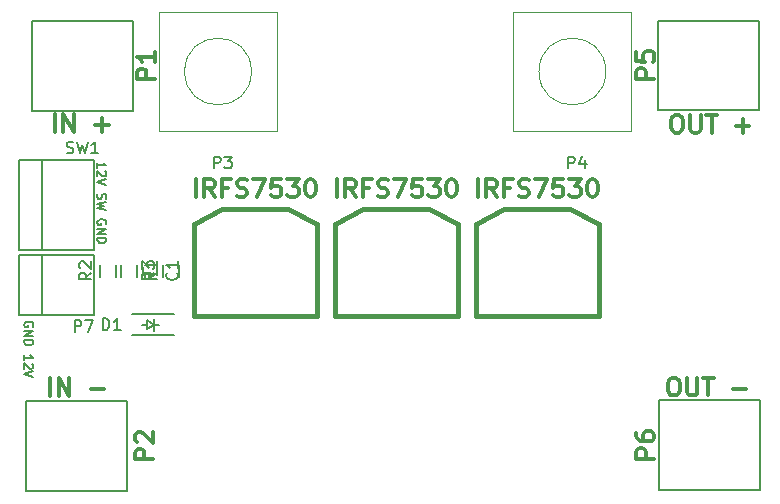
<source format=gbr>
G04 #@! TF.FileFunction,Legend,Top*
%FSLAX46Y46*%
G04 Gerber Fmt 4.6, Leading zero omitted, Abs format (unit mm)*
G04 Created by KiCad (PCBNEW 4.0.2-stable) date 9/22/2016 9:13:19 PM*
%MOMM*%
G01*
G04 APERTURE LIST*
%ADD10C,0.100000*%
%ADD11C,0.187500*%
%ADD12C,0.300000*%
%ADD13C,0.150000*%
%ADD14C,0.050000*%
%ADD15C,0.381000*%
%ADD16C,0.304800*%
G04 APERTURE END LIST*
D10*
D11*
X181299200Y-75602543D02*
X181334914Y-75531114D01*
X181334914Y-75423971D01*
X181299200Y-75316828D01*
X181227771Y-75245400D01*
X181156343Y-75209685D01*
X181013486Y-75173971D01*
X180906343Y-75173971D01*
X180763486Y-75209685D01*
X180692057Y-75245400D01*
X180620629Y-75316828D01*
X180584914Y-75423971D01*
X180584914Y-75495400D01*
X180620629Y-75602543D01*
X180656343Y-75638257D01*
X180906343Y-75638257D01*
X180906343Y-75495400D01*
X180584914Y-75959685D02*
X181334914Y-75959685D01*
X180584914Y-76388257D01*
X181334914Y-76388257D01*
X180584914Y-76745399D02*
X181334914Y-76745399D01*
X181334914Y-76923971D01*
X181299200Y-77031114D01*
X181227771Y-77102542D01*
X181156343Y-77138257D01*
X181013486Y-77173971D01*
X180906343Y-77173971D01*
X180763486Y-77138257D01*
X180692057Y-77102542D01*
X180620629Y-77031114D01*
X180584914Y-76923971D01*
X180584914Y-76745399D01*
X180584914Y-78459686D02*
X180584914Y-78031114D01*
X180584914Y-78245400D02*
X181334914Y-78245400D01*
X181227771Y-78173971D01*
X181156343Y-78102543D01*
X181120629Y-78031114D01*
X181263486Y-78745400D02*
X181299200Y-78781114D01*
X181334914Y-78852543D01*
X181334914Y-79031114D01*
X181299200Y-79102543D01*
X181263486Y-79138257D01*
X181192057Y-79173972D01*
X181120629Y-79173972D01*
X181013486Y-79138257D01*
X180584914Y-78709686D01*
X180584914Y-79173972D01*
X181334914Y-79388258D02*
X180584914Y-79638258D01*
X181334914Y-79888258D01*
X186782514Y-62161314D02*
X186782514Y-61732742D01*
X186782514Y-61947028D02*
X187532514Y-61947028D01*
X187425371Y-61875599D01*
X187353943Y-61804171D01*
X187318229Y-61732742D01*
X187461086Y-62447028D02*
X187496800Y-62482742D01*
X187532514Y-62554171D01*
X187532514Y-62732742D01*
X187496800Y-62804171D01*
X187461086Y-62839885D01*
X187389657Y-62875600D01*
X187318229Y-62875600D01*
X187211086Y-62839885D01*
X186782514Y-62411314D01*
X186782514Y-62875600D01*
X187532514Y-63089886D02*
X186782514Y-63339886D01*
X187532514Y-63589886D01*
X186818229Y-64375600D02*
X186782514Y-64482743D01*
X186782514Y-64661314D01*
X186818229Y-64732743D01*
X186853943Y-64768457D01*
X186925371Y-64804172D01*
X186996800Y-64804172D01*
X187068229Y-64768457D01*
X187103943Y-64732743D01*
X187139657Y-64661314D01*
X187175371Y-64518457D01*
X187211086Y-64447029D01*
X187246800Y-64411314D01*
X187318229Y-64375600D01*
X187389657Y-64375600D01*
X187461086Y-64411314D01*
X187496800Y-64447029D01*
X187532514Y-64518457D01*
X187532514Y-64697029D01*
X187496800Y-64804172D01*
X187532514Y-65054172D02*
X186782514Y-65232743D01*
X187318229Y-65375600D01*
X186782514Y-65518458D01*
X187532514Y-65697029D01*
X187496800Y-66947030D02*
X187532514Y-66875601D01*
X187532514Y-66768458D01*
X187496800Y-66661315D01*
X187425371Y-66589887D01*
X187353943Y-66554172D01*
X187211086Y-66518458D01*
X187103943Y-66518458D01*
X186961086Y-66554172D01*
X186889657Y-66589887D01*
X186818229Y-66661315D01*
X186782514Y-66768458D01*
X186782514Y-66839887D01*
X186818229Y-66947030D01*
X186853943Y-66982744D01*
X187103943Y-66982744D01*
X187103943Y-66839887D01*
X186782514Y-67304172D02*
X187532514Y-67304172D01*
X186782514Y-67732744D01*
X187532514Y-67732744D01*
X186782514Y-68089886D02*
X187532514Y-68089886D01*
X187532514Y-68268458D01*
X187496800Y-68375601D01*
X187425371Y-68447029D01*
X187353943Y-68482744D01*
X187211086Y-68518458D01*
X187103943Y-68518458D01*
X186961086Y-68482744D01*
X186889657Y-68447029D01*
X186818229Y-68375601D01*
X186782514Y-68268458D01*
X186782514Y-68089886D01*
D12*
X235450000Y-79928571D02*
X235735714Y-79928571D01*
X235878572Y-80000000D01*
X236021429Y-80142857D01*
X236092857Y-80428571D01*
X236092857Y-80928571D01*
X236021429Y-81214286D01*
X235878572Y-81357143D01*
X235735714Y-81428571D01*
X235450000Y-81428571D01*
X235307143Y-81357143D01*
X235164286Y-81214286D01*
X235092857Y-80928571D01*
X235092857Y-80428571D01*
X235164286Y-80142857D01*
X235307143Y-80000000D01*
X235450000Y-79928571D01*
X236735715Y-79928571D02*
X236735715Y-81142857D01*
X236807143Y-81285714D01*
X236878572Y-81357143D01*
X237021429Y-81428571D01*
X237307143Y-81428571D01*
X237450001Y-81357143D01*
X237521429Y-81285714D01*
X237592858Y-81142857D01*
X237592858Y-79928571D01*
X238092858Y-79928571D02*
X238950001Y-79928571D01*
X238521430Y-81428571D02*
X238521430Y-79928571D01*
X240592858Y-80857143D02*
X241735715Y-80857143D01*
X235710000Y-57668571D02*
X235995714Y-57668571D01*
X236138572Y-57740000D01*
X236281429Y-57882857D01*
X236352857Y-58168571D01*
X236352857Y-58668571D01*
X236281429Y-58954286D01*
X236138572Y-59097143D01*
X235995714Y-59168571D01*
X235710000Y-59168571D01*
X235567143Y-59097143D01*
X235424286Y-58954286D01*
X235352857Y-58668571D01*
X235352857Y-58168571D01*
X235424286Y-57882857D01*
X235567143Y-57740000D01*
X235710000Y-57668571D01*
X236995715Y-57668571D02*
X236995715Y-58882857D01*
X237067143Y-59025714D01*
X237138572Y-59097143D01*
X237281429Y-59168571D01*
X237567143Y-59168571D01*
X237710001Y-59097143D01*
X237781429Y-59025714D01*
X237852858Y-58882857D01*
X237852858Y-57668571D01*
X238352858Y-57668571D02*
X239210001Y-57668571D01*
X238781430Y-59168571D02*
X238781430Y-57668571D01*
X240852858Y-58597143D02*
X241995715Y-58597143D01*
X241424286Y-59168571D02*
X241424286Y-58025714D01*
X183194286Y-59118571D02*
X183194286Y-57618571D01*
X183908572Y-59118571D02*
X183908572Y-57618571D01*
X184765715Y-59118571D01*
X184765715Y-57618571D01*
X186622858Y-58547143D02*
X187765715Y-58547143D01*
X187194286Y-59118571D02*
X187194286Y-57975714D01*
X182784286Y-81448571D02*
X182784286Y-79948571D01*
X183498572Y-81448571D02*
X183498572Y-79948571D01*
X184355715Y-81448571D01*
X184355715Y-79948571D01*
X186212858Y-80877143D02*
X187355715Y-80877143D01*
D13*
X182092600Y-69570600D02*
X182092600Y-74650600D01*
X186537600Y-69570600D02*
X186537600Y-74650600D01*
X180187600Y-74650600D02*
X180187600Y-69570600D01*
X180187600Y-74650600D02*
X186537600Y-74650600D01*
X180187600Y-69570600D02*
X186537600Y-69570600D01*
X180187600Y-69088000D02*
X186537600Y-69088000D01*
X180187600Y-61468000D02*
X186537600Y-61468000D01*
X182092600Y-61468000D02*
X182092600Y-69088000D01*
X180187600Y-69088000D02*
X180187600Y-61468000D01*
X186537600Y-61468000D02*
X186537600Y-69088000D01*
X190944500Y-75438000D02*
X190563500Y-75438000D01*
X191960500Y-75438000D02*
X191579500Y-75438000D01*
X191579500Y-75438000D02*
X190944500Y-75819000D01*
X190944500Y-75819000D02*
X190944500Y-75057000D01*
X190944500Y-75057000D02*
X191579500Y-75438000D01*
X191579500Y-75946000D02*
X191579500Y-74930000D01*
X193262000Y-74538000D02*
X189722000Y-74538000D01*
X193262000Y-76338000D02*
X189722000Y-76338000D01*
D14*
X192000000Y-49000000D02*
X192000000Y-59000000D01*
X192000000Y-59000000D02*
X202000000Y-59000000D01*
X202000000Y-59000000D02*
X202000000Y-49000000D01*
X202000000Y-49000000D02*
X192000000Y-49000000D01*
X199828427Y-54000000D02*
G75*
G03X199828427Y-54000000I-2828427J0D01*
G01*
X222000000Y-49000000D02*
X222000000Y-59000000D01*
X222000000Y-59000000D02*
X232000000Y-59000000D01*
X232000000Y-59000000D02*
X232000000Y-49000000D01*
X232000000Y-49000000D02*
X222000000Y-49000000D01*
X229828427Y-54000000D02*
G75*
G03X229828427Y-54000000I-2828427J0D01*
G01*
D15*
X205351380Y-74736960D02*
X194952620Y-74736960D01*
X194952620Y-74736960D02*
X194952620Y-66939160D01*
X194952620Y-66939160D02*
X197352920Y-65638680D01*
X197352920Y-65638680D02*
X202951080Y-65638680D01*
X202951080Y-65638680D02*
X205351380Y-66939160D01*
X205351380Y-66939160D02*
X205351380Y-74736960D01*
X217289380Y-74736960D02*
X206890620Y-74736960D01*
X206890620Y-74736960D02*
X206890620Y-66939160D01*
X206890620Y-66939160D02*
X209290920Y-65638680D01*
X209290920Y-65638680D02*
X214889080Y-65638680D01*
X214889080Y-65638680D02*
X217289380Y-66939160D01*
X217289380Y-66939160D02*
X217289380Y-74736960D01*
X229227380Y-74736960D02*
X218828620Y-74736960D01*
X218828620Y-74736960D02*
X218828620Y-66939160D01*
X218828620Y-66939160D02*
X221228920Y-65638680D01*
X221228920Y-65638680D02*
X226827080Y-65638680D01*
X226827080Y-65638680D02*
X229227380Y-66939160D01*
X229227380Y-66939160D02*
X229227380Y-74736960D01*
D13*
X191862000Y-70516000D02*
X191862000Y-71216000D01*
X190662000Y-71216000D02*
X190662000Y-70516000D01*
X188381000Y-70366000D02*
X188381000Y-71366000D01*
X187031000Y-71366000D02*
X187031000Y-70366000D01*
X188809000Y-71366000D02*
X188809000Y-70366000D01*
X190159000Y-70366000D02*
X190159000Y-71366000D01*
X193715000Y-70366000D02*
X193715000Y-71366000D01*
X192365000Y-71366000D02*
X192365000Y-70366000D01*
X234310000Y-81850000D02*
X242910000Y-81850000D01*
X242910000Y-81850000D02*
X242910000Y-89450000D01*
X242910000Y-89450000D02*
X234310000Y-89450000D01*
X234310000Y-89450000D02*
X234310000Y-81850000D01*
X234210000Y-49690000D02*
X242810000Y-49690000D01*
X242810000Y-49690000D02*
X242810000Y-57290000D01*
X242810000Y-57290000D02*
X234210000Y-57290000D01*
X234210000Y-57290000D02*
X234210000Y-49690000D01*
X180700000Y-81925000D02*
X189300000Y-81925000D01*
X189300000Y-81925000D02*
X189300000Y-89525000D01*
X189300000Y-89525000D02*
X180700000Y-89525000D01*
X180700000Y-89525000D02*
X180700000Y-81925000D01*
X181220000Y-49710000D02*
X189820000Y-49710000D01*
X189820000Y-49710000D02*
X189820000Y-57310000D01*
X189820000Y-57310000D02*
X181220000Y-57310000D01*
X181220000Y-57310000D02*
X181220000Y-49710000D01*
X184859705Y-76042781D02*
X184859705Y-75042781D01*
X185240658Y-75042781D01*
X185335896Y-75090400D01*
X185383515Y-75138019D01*
X185431134Y-75233257D01*
X185431134Y-75376114D01*
X185383515Y-75471352D01*
X185335896Y-75518971D01*
X185240658Y-75566590D01*
X184859705Y-75566590D01*
X185764467Y-75042781D02*
X186431134Y-75042781D01*
X186002562Y-76042781D01*
X184188267Y-60882162D02*
X184331124Y-60929781D01*
X184569220Y-60929781D01*
X184664458Y-60882162D01*
X184712077Y-60834543D01*
X184759696Y-60739305D01*
X184759696Y-60644067D01*
X184712077Y-60548829D01*
X184664458Y-60501210D01*
X184569220Y-60453590D01*
X184378743Y-60405971D01*
X184283505Y-60358352D01*
X184235886Y-60310733D01*
X184188267Y-60215495D01*
X184188267Y-60120257D01*
X184235886Y-60025019D01*
X184283505Y-59977400D01*
X184378743Y-59929781D01*
X184616839Y-59929781D01*
X184759696Y-59977400D01*
X185093029Y-59929781D02*
X185331124Y-60929781D01*
X185521601Y-60215495D01*
X185712077Y-60929781D01*
X185950172Y-59929781D01*
X186854934Y-60929781D02*
X186283505Y-60929781D01*
X186569219Y-60929781D02*
X186569219Y-59929781D01*
X186473981Y-60072638D01*
X186378743Y-60167876D01*
X186283505Y-60215495D01*
X187221905Y-75890381D02*
X187221905Y-74890381D01*
X187460000Y-74890381D01*
X187602858Y-74938000D01*
X187698096Y-75033238D01*
X187745715Y-75128476D01*
X187793334Y-75318952D01*
X187793334Y-75461810D01*
X187745715Y-75652286D01*
X187698096Y-75747524D01*
X187602858Y-75842762D01*
X187460000Y-75890381D01*
X187221905Y-75890381D01*
X188745715Y-75890381D02*
X188174286Y-75890381D01*
X188460000Y-75890381D02*
X188460000Y-74890381D01*
X188364762Y-75033238D01*
X188269524Y-75128476D01*
X188174286Y-75176095D01*
X196642905Y-62199381D02*
X196642905Y-61199381D01*
X197023858Y-61199381D01*
X197119096Y-61247000D01*
X197166715Y-61294619D01*
X197214334Y-61389857D01*
X197214334Y-61532714D01*
X197166715Y-61627952D01*
X197119096Y-61675571D01*
X197023858Y-61723190D01*
X196642905Y-61723190D01*
X197547667Y-61199381D02*
X198166715Y-61199381D01*
X197833381Y-61580333D01*
X197976239Y-61580333D01*
X198071477Y-61627952D01*
X198119096Y-61675571D01*
X198166715Y-61770810D01*
X198166715Y-62008905D01*
X198119096Y-62104143D01*
X198071477Y-62151762D01*
X197976239Y-62199381D01*
X197690524Y-62199381D01*
X197595286Y-62151762D01*
X197547667Y-62104143D01*
X226642905Y-62199381D02*
X226642905Y-61199381D01*
X227023858Y-61199381D01*
X227119096Y-61247000D01*
X227166715Y-61294619D01*
X227214334Y-61389857D01*
X227214334Y-61532714D01*
X227166715Y-61627952D01*
X227119096Y-61675571D01*
X227023858Y-61723190D01*
X226642905Y-61723190D01*
X228071477Y-61532714D02*
X228071477Y-62199381D01*
X227833381Y-61151762D02*
X227595286Y-61866048D01*
X228214334Y-61866048D01*
D16*
X195108285Y-64626309D02*
X195108285Y-63102309D01*
X196704856Y-64626309D02*
X196196856Y-63900594D01*
X195833999Y-64626309D02*
X195833999Y-63102309D01*
X196414571Y-63102309D01*
X196559713Y-63174880D01*
X196632285Y-63247451D01*
X196704856Y-63392594D01*
X196704856Y-63610309D01*
X196632285Y-63755451D01*
X196559713Y-63828023D01*
X196414571Y-63900594D01*
X195833999Y-63900594D01*
X197865999Y-63828023D02*
X197357999Y-63828023D01*
X197357999Y-64626309D02*
X197357999Y-63102309D01*
X198083713Y-63102309D01*
X198591714Y-64553737D02*
X198809428Y-64626309D01*
X199172285Y-64626309D01*
X199317428Y-64553737D01*
X199389999Y-64481166D01*
X199462571Y-64336023D01*
X199462571Y-64190880D01*
X199389999Y-64045737D01*
X199317428Y-63973166D01*
X199172285Y-63900594D01*
X198881999Y-63828023D01*
X198736857Y-63755451D01*
X198664285Y-63682880D01*
X198591714Y-63537737D01*
X198591714Y-63392594D01*
X198664285Y-63247451D01*
X198736857Y-63174880D01*
X198881999Y-63102309D01*
X199244857Y-63102309D01*
X199462571Y-63174880D01*
X199970571Y-63102309D02*
X200986571Y-63102309D01*
X200333428Y-64626309D01*
X202292857Y-63102309D02*
X201567143Y-63102309D01*
X201494572Y-63828023D01*
X201567143Y-63755451D01*
X201712286Y-63682880D01*
X202075143Y-63682880D01*
X202220286Y-63755451D01*
X202292857Y-63828023D01*
X202365429Y-63973166D01*
X202365429Y-64336023D01*
X202292857Y-64481166D01*
X202220286Y-64553737D01*
X202075143Y-64626309D01*
X201712286Y-64626309D01*
X201567143Y-64553737D01*
X201494572Y-64481166D01*
X202873429Y-63102309D02*
X203816858Y-63102309D01*
X203308858Y-63682880D01*
X203526572Y-63682880D01*
X203671715Y-63755451D01*
X203744286Y-63828023D01*
X203816858Y-63973166D01*
X203816858Y-64336023D01*
X203744286Y-64481166D01*
X203671715Y-64553737D01*
X203526572Y-64626309D01*
X203091144Y-64626309D01*
X202946001Y-64553737D01*
X202873429Y-64481166D01*
X204760287Y-63102309D02*
X204905430Y-63102309D01*
X205050573Y-63174880D01*
X205123144Y-63247451D01*
X205195715Y-63392594D01*
X205268287Y-63682880D01*
X205268287Y-64045737D01*
X205195715Y-64336023D01*
X205123144Y-64481166D01*
X205050573Y-64553737D01*
X204905430Y-64626309D01*
X204760287Y-64626309D01*
X204615144Y-64553737D01*
X204542573Y-64481166D01*
X204470001Y-64336023D01*
X204397430Y-64045737D01*
X204397430Y-63682880D01*
X204470001Y-63392594D01*
X204542573Y-63247451D01*
X204615144Y-63174880D01*
X204760287Y-63102309D01*
X207046285Y-64626309D02*
X207046285Y-63102309D01*
X208642856Y-64626309D02*
X208134856Y-63900594D01*
X207771999Y-64626309D02*
X207771999Y-63102309D01*
X208352571Y-63102309D01*
X208497713Y-63174880D01*
X208570285Y-63247451D01*
X208642856Y-63392594D01*
X208642856Y-63610309D01*
X208570285Y-63755451D01*
X208497713Y-63828023D01*
X208352571Y-63900594D01*
X207771999Y-63900594D01*
X209803999Y-63828023D02*
X209295999Y-63828023D01*
X209295999Y-64626309D02*
X209295999Y-63102309D01*
X210021713Y-63102309D01*
X210529714Y-64553737D02*
X210747428Y-64626309D01*
X211110285Y-64626309D01*
X211255428Y-64553737D01*
X211327999Y-64481166D01*
X211400571Y-64336023D01*
X211400571Y-64190880D01*
X211327999Y-64045737D01*
X211255428Y-63973166D01*
X211110285Y-63900594D01*
X210819999Y-63828023D01*
X210674857Y-63755451D01*
X210602285Y-63682880D01*
X210529714Y-63537737D01*
X210529714Y-63392594D01*
X210602285Y-63247451D01*
X210674857Y-63174880D01*
X210819999Y-63102309D01*
X211182857Y-63102309D01*
X211400571Y-63174880D01*
X211908571Y-63102309D02*
X212924571Y-63102309D01*
X212271428Y-64626309D01*
X214230857Y-63102309D02*
X213505143Y-63102309D01*
X213432572Y-63828023D01*
X213505143Y-63755451D01*
X213650286Y-63682880D01*
X214013143Y-63682880D01*
X214158286Y-63755451D01*
X214230857Y-63828023D01*
X214303429Y-63973166D01*
X214303429Y-64336023D01*
X214230857Y-64481166D01*
X214158286Y-64553737D01*
X214013143Y-64626309D01*
X213650286Y-64626309D01*
X213505143Y-64553737D01*
X213432572Y-64481166D01*
X214811429Y-63102309D02*
X215754858Y-63102309D01*
X215246858Y-63682880D01*
X215464572Y-63682880D01*
X215609715Y-63755451D01*
X215682286Y-63828023D01*
X215754858Y-63973166D01*
X215754858Y-64336023D01*
X215682286Y-64481166D01*
X215609715Y-64553737D01*
X215464572Y-64626309D01*
X215029144Y-64626309D01*
X214884001Y-64553737D01*
X214811429Y-64481166D01*
X216698287Y-63102309D02*
X216843430Y-63102309D01*
X216988573Y-63174880D01*
X217061144Y-63247451D01*
X217133715Y-63392594D01*
X217206287Y-63682880D01*
X217206287Y-64045737D01*
X217133715Y-64336023D01*
X217061144Y-64481166D01*
X216988573Y-64553737D01*
X216843430Y-64626309D01*
X216698287Y-64626309D01*
X216553144Y-64553737D01*
X216480573Y-64481166D01*
X216408001Y-64336023D01*
X216335430Y-64045737D01*
X216335430Y-63682880D01*
X216408001Y-63392594D01*
X216480573Y-63247451D01*
X216553144Y-63174880D01*
X216698287Y-63102309D01*
X218984285Y-64626309D02*
X218984285Y-63102309D01*
X220580856Y-64626309D02*
X220072856Y-63900594D01*
X219709999Y-64626309D02*
X219709999Y-63102309D01*
X220290571Y-63102309D01*
X220435713Y-63174880D01*
X220508285Y-63247451D01*
X220580856Y-63392594D01*
X220580856Y-63610309D01*
X220508285Y-63755451D01*
X220435713Y-63828023D01*
X220290571Y-63900594D01*
X219709999Y-63900594D01*
X221741999Y-63828023D02*
X221233999Y-63828023D01*
X221233999Y-64626309D02*
X221233999Y-63102309D01*
X221959713Y-63102309D01*
X222467714Y-64553737D02*
X222685428Y-64626309D01*
X223048285Y-64626309D01*
X223193428Y-64553737D01*
X223265999Y-64481166D01*
X223338571Y-64336023D01*
X223338571Y-64190880D01*
X223265999Y-64045737D01*
X223193428Y-63973166D01*
X223048285Y-63900594D01*
X222757999Y-63828023D01*
X222612857Y-63755451D01*
X222540285Y-63682880D01*
X222467714Y-63537737D01*
X222467714Y-63392594D01*
X222540285Y-63247451D01*
X222612857Y-63174880D01*
X222757999Y-63102309D01*
X223120857Y-63102309D01*
X223338571Y-63174880D01*
X223846571Y-63102309D02*
X224862571Y-63102309D01*
X224209428Y-64626309D01*
X226168857Y-63102309D02*
X225443143Y-63102309D01*
X225370572Y-63828023D01*
X225443143Y-63755451D01*
X225588286Y-63682880D01*
X225951143Y-63682880D01*
X226096286Y-63755451D01*
X226168857Y-63828023D01*
X226241429Y-63973166D01*
X226241429Y-64336023D01*
X226168857Y-64481166D01*
X226096286Y-64553737D01*
X225951143Y-64626309D01*
X225588286Y-64626309D01*
X225443143Y-64553737D01*
X225370572Y-64481166D01*
X226749429Y-63102309D02*
X227692858Y-63102309D01*
X227184858Y-63682880D01*
X227402572Y-63682880D01*
X227547715Y-63755451D01*
X227620286Y-63828023D01*
X227692858Y-63973166D01*
X227692858Y-64336023D01*
X227620286Y-64481166D01*
X227547715Y-64553737D01*
X227402572Y-64626309D01*
X226967144Y-64626309D01*
X226822001Y-64553737D01*
X226749429Y-64481166D01*
X228636287Y-63102309D02*
X228781430Y-63102309D01*
X228926573Y-63174880D01*
X228999144Y-63247451D01*
X229071715Y-63392594D01*
X229144287Y-63682880D01*
X229144287Y-64045737D01*
X229071715Y-64336023D01*
X228999144Y-64481166D01*
X228926573Y-64553737D01*
X228781430Y-64626309D01*
X228636287Y-64626309D01*
X228491144Y-64553737D01*
X228418573Y-64481166D01*
X228346001Y-64336023D01*
X228273430Y-64045737D01*
X228273430Y-63682880D01*
X228346001Y-63392594D01*
X228418573Y-63247451D01*
X228491144Y-63174880D01*
X228636287Y-63102309D01*
D13*
X193519143Y-71032666D02*
X193566762Y-71080285D01*
X193614381Y-71223142D01*
X193614381Y-71318380D01*
X193566762Y-71461238D01*
X193471524Y-71556476D01*
X193376286Y-71604095D01*
X193185810Y-71651714D01*
X193042952Y-71651714D01*
X192852476Y-71604095D01*
X192757238Y-71556476D01*
X192662000Y-71461238D01*
X192614381Y-71318380D01*
X192614381Y-71223142D01*
X192662000Y-71080285D01*
X192709619Y-71032666D01*
X193614381Y-70080285D02*
X193614381Y-70651714D01*
X193614381Y-70366000D02*
X192614381Y-70366000D01*
X192757238Y-70461238D01*
X192852476Y-70556476D01*
X192900095Y-70651714D01*
X186258381Y-71032666D02*
X185782190Y-71366000D01*
X186258381Y-71604095D02*
X185258381Y-71604095D01*
X185258381Y-71223142D01*
X185306000Y-71127904D01*
X185353619Y-71080285D01*
X185448857Y-71032666D01*
X185591714Y-71032666D01*
X185686952Y-71080285D01*
X185734571Y-71127904D01*
X185782190Y-71223142D01*
X185782190Y-71604095D01*
X185353619Y-70651714D02*
X185306000Y-70604095D01*
X185258381Y-70508857D01*
X185258381Y-70270761D01*
X185306000Y-70175523D01*
X185353619Y-70127904D01*
X185448857Y-70080285D01*
X185544095Y-70080285D01*
X185686952Y-70127904D01*
X186258381Y-70699333D01*
X186258381Y-70080285D01*
X191836381Y-71032666D02*
X191360190Y-71366000D01*
X191836381Y-71604095D02*
X190836381Y-71604095D01*
X190836381Y-71223142D01*
X190884000Y-71127904D01*
X190931619Y-71080285D01*
X191026857Y-71032666D01*
X191169714Y-71032666D01*
X191264952Y-71080285D01*
X191312571Y-71127904D01*
X191360190Y-71223142D01*
X191360190Y-71604095D01*
X191836381Y-70080285D02*
X191836381Y-70651714D01*
X191836381Y-70366000D02*
X190836381Y-70366000D01*
X190979238Y-70461238D01*
X191074476Y-70556476D01*
X191122095Y-70651714D01*
X191592381Y-71032666D02*
X191116190Y-71366000D01*
X191592381Y-71604095D02*
X190592381Y-71604095D01*
X190592381Y-71223142D01*
X190640000Y-71127904D01*
X190687619Y-71080285D01*
X190782857Y-71032666D01*
X190925714Y-71032666D01*
X191020952Y-71080285D01*
X191068571Y-71127904D01*
X191116190Y-71223142D01*
X191116190Y-71604095D01*
X190592381Y-70699333D02*
X190592381Y-70080285D01*
X190973333Y-70413619D01*
X190973333Y-70270761D01*
X191020952Y-70175523D01*
X191068571Y-70127904D01*
X191163810Y-70080285D01*
X191401905Y-70080285D01*
X191497143Y-70127904D01*
X191544762Y-70175523D01*
X191592381Y-70270761D01*
X191592381Y-70556476D01*
X191544762Y-70651714D01*
X191497143Y-70699333D01*
D16*
X233929429Y-86774857D02*
X232405429Y-86774857D01*
X232405429Y-86194285D01*
X232478000Y-86049143D01*
X232550571Y-85976571D01*
X232695714Y-85904000D01*
X232913429Y-85904000D01*
X233058571Y-85976571D01*
X233131143Y-86049143D01*
X233203714Y-86194285D01*
X233203714Y-86774857D01*
X232405429Y-84597714D02*
X232405429Y-84888000D01*
X232478000Y-85033143D01*
X232550571Y-85105714D01*
X232768286Y-85250857D01*
X233058571Y-85323428D01*
X233639143Y-85323428D01*
X233784286Y-85250857D01*
X233856857Y-85178285D01*
X233929429Y-85033143D01*
X233929429Y-84742857D01*
X233856857Y-84597714D01*
X233784286Y-84525143D01*
X233639143Y-84452571D01*
X233276286Y-84452571D01*
X233131143Y-84525143D01*
X233058571Y-84597714D01*
X232986000Y-84742857D01*
X232986000Y-85033143D01*
X233058571Y-85178285D01*
X233131143Y-85250857D01*
X233276286Y-85323428D01*
X233949429Y-54604857D02*
X232425429Y-54604857D01*
X232425429Y-54024285D01*
X232498000Y-53879143D01*
X232570571Y-53806571D01*
X232715714Y-53734000D01*
X232933429Y-53734000D01*
X233078571Y-53806571D01*
X233151143Y-53879143D01*
X233223714Y-54024285D01*
X233223714Y-54604857D01*
X232425429Y-52355143D02*
X232425429Y-53080857D01*
X233151143Y-53153428D01*
X233078571Y-53080857D01*
X233006000Y-52935714D01*
X233006000Y-52572857D01*
X233078571Y-52427714D01*
X233151143Y-52355143D01*
X233296286Y-52282571D01*
X233659143Y-52282571D01*
X233804286Y-52355143D01*
X233876857Y-52427714D01*
X233949429Y-52572857D01*
X233949429Y-52935714D01*
X233876857Y-53080857D01*
X233804286Y-53153428D01*
X191489429Y-86844857D02*
X189965429Y-86844857D01*
X189965429Y-86264285D01*
X190038000Y-86119143D01*
X190110571Y-86046571D01*
X190255714Y-85974000D01*
X190473429Y-85974000D01*
X190618571Y-86046571D01*
X190691143Y-86119143D01*
X190763714Y-86264285D01*
X190763714Y-86844857D01*
X190110571Y-85393428D02*
X190038000Y-85320857D01*
X189965429Y-85175714D01*
X189965429Y-84812857D01*
X190038000Y-84667714D01*
X190110571Y-84595143D01*
X190255714Y-84522571D01*
X190400857Y-84522571D01*
X190618571Y-84595143D01*
X191489429Y-85466000D01*
X191489429Y-84522571D01*
X191659429Y-54634857D02*
X190135429Y-54634857D01*
X190135429Y-54054285D01*
X190208000Y-53909143D01*
X190280571Y-53836571D01*
X190425714Y-53764000D01*
X190643429Y-53764000D01*
X190788571Y-53836571D01*
X190861143Y-53909143D01*
X190933714Y-54054285D01*
X190933714Y-54634857D01*
X191659429Y-52312571D02*
X191659429Y-53183428D01*
X191659429Y-52748000D02*
X190135429Y-52748000D01*
X190353143Y-52893143D01*
X190498286Y-53038285D01*
X190570857Y-53183428D01*
M02*

</source>
